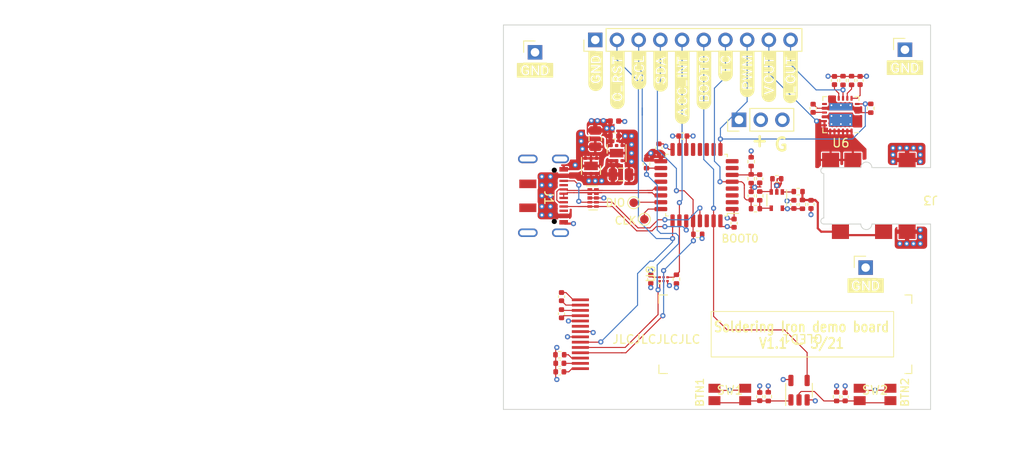
<source format=kicad_pcb>
(kicad_pcb (version 20210228) (generator pcbnew)
  (title_block (title "asd") (date "2021-03-11"))
  (layers (0 "F.Cu" signal) (1 "In1.Cu" signal) (2 "In2.Cu" signal) (31 "B.Cu" signal) (34 "B.Paste" user) (35 "F.Paste" user) (36 "B.SilkS" user "B.Silkscreen") (37 "F.SilkS" user "F.Silkscreen") (38 "B.Mask" user) (39 "F.Mask" user) (44 "Edge.Cuts" user))
  (net 0 "")
  (net 1 "/TC")
  (net 2 "GND")
  (net 3 "/HEATER")
  (net 4 "VDDA")
  (net 5 "/CURRENT_MEAS")
  (net 6 "/CC1")
  (net 7 "/CC2")
  (net 8 "/USB_D+")
  (net 9 "/USB_D-")
  (net 10 "IN")
  (net 11 "+3V3")
  (net 12 "/SWDIO")
  (net 13 "/SWCLK")
  (net 14 "/SDA")
  (net 15 "Net-(C2-Pad1)")
  (net 16 "/ADC1_IN1")
  (net 17 "/ADC1_IN2")
  (net 18 "Net-(C3-Pad1)")
  (net 19 "Net-(C4-Pad1)")
  (net 20 "Net-(C17-Pad1)")
  (net 21 "/OLED_RESET")
  (net 22 "Net-(C18-Pad2)")
  (net 23 "/BOOT0")
  (net 24 "Net-(C19-Pad1)")
  (net 25 "Net-(C19-Pad2)")
  (net 26 "Net-(C20-Pad1)")
  (net 27 "Net-(C20-Pad2)")
  (net 28 "/ACC_INT1")
  (net 30 "/ADC1_IN3")
  (net 32 "/SCL")
  (net 33 "Net-(OLED1-Pad12)")
  (net 34 "/HEATER_PWM")
  (net 36 "Net-(R4-Pad2)")
  (net 37 "Net-(R12-Pad2)")
  (net 38 "Net-(R13-Pad2)")
  (net 39 "Net-(R14-Pad2)")
  (net 44 "/USER_BTN1")
  (net 45 "/USER_BTN2")
  (net 47 "/SDA2")
  (net 48 "VBUS")
  (net 55 "/SCL2")
  (net 56 "/ADC2_IN3")
  (footprint "Capacitor_SMD:C_0402_1005Metric" (layer "F.Cu") (at 106.8 106.8 -90)
    (fp_text reference "C19" hide)
    (fp_text value "1u")
  )
  (footprint "buzzardLabel" (layer "F.Cu") (at 126 79.6 90)
    (fp_text reference "")
    (fp_text value "")
  )
  (footprint "Resistor_SMD:R_0402_1005Metric" (layer "F.Cu") (at 131 118.5 -90)
    (fp_text reference "R8" hide)
    (fp_text value "10k")
  )
  (footprint "Capacitor_SMD:C_0402_1005Metric" (layer "F.Cu") (at 141.75 81.5 90)
    (fp_text reference "C3" hide)
    (fp_text value "10n")
  )
  (footprint "Capacitor_SMD:C_0402_1005Metric" (layer "F.Cu") (at 127 98.2 -90)
    (fp_text reference "C8" hide)
    (fp_text value "100n")
  )
  (footprint "Resistor_SMD:R_0402_1005Metric" (layer "F.Cu") (at 122.75 99.5 180)
    (fp_text reference "R11" hide)
    (fp_text value "2k2")
  )
  (footprint "Resistor_SMD:R_0402_1005Metric" (layer "F.Cu") (at 135 96 90)
    (fp_text reference "R16" hide)
    (fp_text value "1M")
  )
  (footprint "TestPoint:TestPoint_Pad_D1.0mm" (layer "F.Cu") (at 116.5 97.75)
    (fp_text reference "TP5" hide)
    (fp_text value "TestPoint_Probe")
  )
  (footprint "buzzardLabel" (layer "F.Cu") (at 133.6 80.9 90)
    (fp_text reference "")
    (fp_text value "")
  )
  (footprint "buzzardLabel" (layer "F.Cu") (at 113.333333 81.24 90)
    (fp_text reference "")
    (fp_text value "")
  )
  (footprint "buzzardLabel" (layer "F.Cu") (at 118.399999 80.22 90)
    (fp_text reference "")
    (fp_text value "")
  )
  (footprint "buzzardLabel" (layer "F.Cu") (at 131.066664 80.83 90)
    (fp_text reference "")
    (fp_text value "")
  )
  (footprint "Capacitor_SMD:C_0402_1005Metric" (layer "F.Cu") (at 113 88)
    (fp_text reference "C13" hide)
    (fp_text value "10u, 6V3, X5R")
  )
  (footprint "Resistor_SMD:R_0402_1005Metric" (layer "F.Cu") (at 132 93)
    (fp_text reference "R15" hide)
    (fp_text value "270R")
  )
  (footprint "Resistor_SMD:R_0402_1005Metric" (layer "F.Cu") (at 129 91 90)
    (fp_text reference "R1" hide)
    (fp_text value "10k")
  )
  (footprint "buzzardLabel" (layer "F.Cu") (at 115.866666 80.09 90)
    (fp_text reference "")
    (fp_text value "")
  )
  (footprint "jbj-conn:SJ-43504-SMT" (layer "F.Cu") (at 150 95 180)
    (fp_text reference "J3")
    (fp_text value "AudioJack3_Ground_SwitchTR")
    (fp_line (start 8.17 3.3) (end 12.5 3.3) (layer "Edge.Cuts") (width 0.1))
    (fp_line (start 8.17 -3.3) (end 12.5 -3.3) (layer "Edge.Cuts") (width 0.1))
    (fp_line (start 0 3.3) (end 6.87 3.3) (layer "Edge.Cuts") (width 0.1))
    (fp_line (start 12.5 -2.6) (end 12.5 2.6) (layer "Edge.Cuts") (width 0.1))
    (fp_line (start 0 -3.3) (end 6.87 -3.3) (layer "Edge.Cuts") (width 0.1))
    (fp_arc (start 12.5 -2.95) (end 12.5 -3.3) (angle 180) (layer "Edge.Cuts") (width 0.1))
    (fp_arc (start 12.5 2.95) (end 12.5 3.3) (angle -180) (layer "Edge.Cuts") (width 0.1))
    (fp_arc (start 7.52 3.3) (end 6.87 3.3) (angle -180) (layer "Edge.Cuts") (width 0.1))
    (fp_arc (start 7.52 -3.3) (end 6.87 -3.3) (angle 180) (layer "Edge.Cuts") (width 0.1))
  )
  (footprint "buzzardLabel" (layer "F.Cu") (at 110.8 80.19 90)
    (fp_text reference "")
    (fp_text value "")
  )
  (footprint "buzzardLabel" (layer "F.Cu") (at 123.466665 81.26 90)
    (fp_text reference "")
    (fp_text value "")
  )
  (footprint "Resistor_SMD:R_0402_1005Metric" (layer "F.Cu") (at 140.75 81.5 -90)
    (fp_text reference "R4" hide)
    (fp_text value "300")
  )
  (footprint "buzzardLabel" (layer "F.Cu") (at 142.4 105.5)
    (fp_text reference "")
    (fp_text value "")
  )
  (footprint "Package_SON:WSON-6-1EP_2x2mm_P0.65mm_EP1x1.6mm" (layer "F.Cu") (at 110.25 91.5 -90)
    (fp_text reference "U2" hide)
    (fp_text value "TVS2200DRV")
  )
  (footprint "Resistor_SMD:R_0402_1005Metric" (layer "F.Cu") (at 139.75 81.5 -90)
    (fp_text reference "R5" hide)
    (fp_text value "2k2")
  )
  (footprint "Connector_PinHeader_2.54mm:PinHeader_1x01_P2.54mm_Vertical" (layer "F.Cu") (at 147 77.9)
    (fp_text reference "TP2" hide)
    (fp_text value "TestPoint_Probe")
  )
  (footprint "Capacitor_SMD:C_0402_1005Metric" (layer "F.Cu") (at 106.8 108.8 -90)
    (fp_text reference "C20" hide)
    (fp_text value "1u")
  )
  (footprint "Capacitor_SMD:C_0805_2012Metric" (layer "F.Cu") (at 113.75 92.5)
    (fp_text reference "C9" hide)
    (fp_text value "10u, 50V, X5R")
  )
  (footprint "buzzardLabel" (layer "F.Cu") (at 128.533331 80.54 90)
    (fp_text reference "")
    (fp_text value "")
  )
  (footprint "Connector_PinHeader_2.54mm:PinHeader_1x01_P2.54mm_Vertical" (layer "F.Cu") (at 103.7 78.2)
    (fp_text reference "TP10" hide)
    (fp_text value "TestPoint_Probe")
  )
  (footprint "Capacitor_SMD:C_0402_1005Metric" (layer "F.Cu") (at 118.2 89.4 90)
    (fp_text reference "C7" hide)
    (fp_text value "100n")
  )
  (footprint "Capacitor_SMD:C_0402_1005Metric" (layer "F.Cu") (at 117.25 104.75 -90)
    (fp_text reference "C5" hide)
    (fp_text value "100n")
  )
  (footprint "jbj-misc:EVQP7K" (layer "F.Cu") (at 126.5 118.25)
    (fp_text reference "SW1")
    (fp_text value "SW_Push")
  )
  (footprint "Capacitor_SMD:C_0402_1005Metric" (layer "F.Cu") (at 136 96 -90)
    (fp_text reference "C16" hide)
    (fp_text value "1n")
  )
  (footprint "Capacitor_SMD:C_0402_1005Metric" (layer "F.Cu") (at 129 95 90)
    (fp_text reference "C14" hide)
    (fp_text value "1n")
  )
  (footprint "Capacitor_SMD:C_0402_1005Metric" (layer "F.Cu") (at 106.6 115.6)
    (fp_text reference "C18" hide)
    (fp_text value "2.2u")
  )
  (footprint "Resistor_SMD:R_0402_1005Metric" (layer "F.Cu") (at 129.5 96.5)
    (fp_text reference "R12" hide)
    (fp_text value "2k2")
  )
  (footprint "buzzardLabel" (layer "F.Cu") (at 147 80)
    (fp_text reference "")
    (fp_text value "")
  )
  (footprint "Capacitor_SMD:C_0402_1005Metric" (layer "F.Cu") (at 130 118.5 90)
    (fp_text reference "C10" hide)
    (fp_text value "10n")
  )
  (footprint "Inductor_SMD:L_0402_1005Metric" (layer "F.Cu") (at 113 86.25 180)
    (fp_text reference "FB1" hide)
    (fp_text value "Ferrite_Bead_Small")
  )
  (footprint "Resistor_SMD:R_0402_1005Metric" (layer "F.Cu") (at 139 118.5 -90)
    (fp_text reference "R9" hide)
    (fp_text value "10k")
  )
  (footprint "Package_TO_SOT_SMD:SOT-23-5" (layer "F.Cu") (at 134.6 117.75 90)
    (fp_text reference "U4" hide)
    (fp_text value "74LVC1G08")
  )
  (footprint "Capacitor_SMD:C_0402_1005Metric" (layer "F.Cu") (at 136.25 84.75 90)
    (fp_text reference "C4" hide)
    (fp_text value "1200p")
  )
  (footprint "Capacitor_SMD:C_0805_2012Metric" (layer "F.Cu") (at 110.75 88.3 -90)
    (fp_text reference "C12" hide)
    (fp_text value "10u, 50V, X5R")
  )
  (footprint "jbj-conn:DX07S016JA1R1500" (layer "F.Cu") (at 105.955 95 -90)
    (fp_text reference "J1")
    (fp_text value "USB_C_Receptacle_USB2.0")
  )
  (footprint "Resistor_SMD:R_0402_1005Metric" (layer "F.Cu") (at 143 84.75 90)
    (fp_text reference "R3" hide)
    (fp_text value "10k")
  )
  (footprint "jbj-misc:ER-OLED0.87-1-straight" (layer "F.Cu") (at 135 111.2 180)
    (fp_text reference "OLED1")
    (fp_text value "ER-OLED0.87-1W")
  )
  (footprint "Resistor_SMD:R_0402_1005Metric" (layer "F.Cu") (at 130 95.01 90)
    (fp_text reference "R13" hide)
    (fp_text value "100k")
  )
  (footprint "Resistor_SMD:R_0402_1005Metric" (layer "F.Cu") (at 129 93 90)
    (fp_text reference "R2" hide)
    (fp_text value "1k")
  )
  (footprint "buzzardLabel" (layer "F.Cu") (at 103.7 80.3)
    (fp_text reference "")
    (fp_text value "")
  )
  (footprint "Connector_PinHeader_2.54mm:PinHeader_1x10_P2.54mm_Vertical" (layer "F.Cu") (at 110.75 76.75 90)
    (fp_text reference "J4" hide)
    (fp_text value "Conn_01x10")
  )
  (footprint "Connector_PinHeader_2.54mm:PinHeader_1x03_P2.54mm_Vertical" (layer "F.Cu") (at 127.575 86.1 90)
    (fp_text reference "J5" hide)
    (fp_text value "Conn_01x03")
  )
  (footprint "Package_SON:WSON-6-1EP_2x2mm_P0.65mm_EP1x1.6mm" (layer "F.Cu") (at 113.25 90 90)
    (fp_text reference "U5" hide)
    (fp_text value "TPS7B81-Q1")
  )
  (footprint "Package_SON:USON-10_2.5x1.0mm_P0.5mm" (layer "F.Cu") (at 110.5 95.25)
    (fp_text reference "U3" hide)
    (fp_text value "TPD4E02B04DQA")
  )
  (footprint "Resistor_SMD:R_0402_1005Metric" (layer "F.Cu") (at 120.25 104.75 -90)
    (fp_text reference "R6" hide)
    (fp_text value "10k")
  )
  (footprint "TestPoint:TestPoint_Pad_D1.0mm" (layer "F.Cu") (at 115.25 95.81)
    (fp_text reference "TP4" hide)
    (fp_text value "TestPoint_Probe")
  )
  (footprint "Resistor_SMD:R_0402_1005Metric" (layer "F.Cu") (at 106.6 113.6 180)
    (fp_text reference "R17" hide)
    (fp_text value "560k")
  )
  (footprint "Resistor_SMD:R_0402_1005Metric" (layer "F.Cu") (at 116.75 91.25 90)
    (fp_text reference "R10" hide)
    (fp_text value "2k2")
  )
  (footprint "jbj-sensor:MXC400xXC" (layer "F.Cu") (at 118.75 104.75 90)
    (fp_text reference "U8")
    (fp_text value "MXC4005XC")
  )
  (footprint "Capacitor_SMD:C_0402_1005Metric" (layer "F.Cu") (at 130 93 -90)
    (fp_text reference "C1" hide)
    (fp_text value "1u")
  )
  (footprint "jbj-pmic:VQFN-24-1EP_4x4mm_P0.5mm_EP2.45x2.45mm_ThermalVias" (layer "F.Cu") (at 139.5 85.5 180)
    (fp_text reference "U6")
    (fp_text value "TPS25982")
  )
  (footprint "Capacitor_SMD:C_0402_1005Metric" (layer "F.Cu") (at 140 118.52 90)
    (fp_text reference "C11" hide)
    (fp_text value "10n")
  )
  (footprint "jbj-misc:EVQP7K" (layer "F.Cu") (at 143.5 118.25)
    (fp_text reference "SW2")
    (fp_text value "SW_Push")
  )
  (footprint "buzzardLabel" (layer "F.Cu") (at 120.933332 82.11 90)
    (fp_text reference "")
    (fp_text value "")
  )
  (footprint "Resistor_SMD:R_0402_1005Metric" (layer "F.Cu") (at 134.5 94.5 180)
    (fp_text reference "R14" hide)
    (fp_text value "5k6")
  )
  (footprint "Capacitor_SMD:C_0402_1005Metric" (layer "F.Cu") (at 134 96 -90)
    (fp_text reference "C15" hide)
    (fp_text value "100n")
  )
  (footprint "Package_TO_SOT_SMD:SOT-353_SC-70-5" (layer "F.Cu") (at 132 95.5 -90)
    (fp_text reference "U11" hide)
    (fp_text value "TLV9001IDCK")
  )
  (footprint "Capacitor_SMD:C_0402_1005Metric" (layer "F.Cu") (at 138.75 81.5 90)
    (fp_text reference "C2" hide)
    (fp_text value "10n")
  )
  (footprint "Capacitor_SMD:C_0402_1005Metric" (layer "F.Cu") (at 106.6 114.6 180)
    (fp_text reference "C17" hide)
    (fp_text value "2.2u")
  )
  (footprint "Capacitor_SMD:C_0402_1005Metric" (layer "F.Cu") (at 121 88)
    (fp_text reference "C6" hide)
    (fp_text value "100n")
  )
  (footprint "Package_QFP:LQFP-32_7x7mm_P0.8mm" (layer "F.Cu") (at 122.6 93.75 180)
    (fp_text reference "U7" hide)
    (fp_text value "STM32G431Kxxx")
  )
  (footprint "Connector_PinHeader_2.54mm:PinHeader_1x01_P2.54mm_Vertical" (layer "F.Cu") (at 142.4 103.4)
    (fp_text reference "TP1" hide)
    (fp_text value "TestPoint_Probe")
  )
  (gr_line (start 150 120) (end 150 98.3) (layer "Edge.Cuts") (width 0.1))
  (gr_line (start 100 75) (end 150 75) (layer "Edge.Cuts") (width 0.1))
  (gr_line (start 100 120) (end 150 120) (layer "Edge.Cuts") (width 0.1))
  (gr_line (start 100 75) (end 100 120) (layer "Edge.Cuts") (width 0.1))
  (gr_line (start 150 75) (end 150 91.7) (layer "Edge.Cuts") (width 0.1))
  (gr_text "Soldering Iron demo board\nV1.1 - 3/21" (at 134.9 111.3) (layer "F.SilkS") (effects (font (size 1.2 1) (thickness 0.2))))
  (gr_text "BTN1" (at 123 118 90) (layer "F.SilkS") (effects (font (size 0.9 0.9))))
  (gr_text "DIO" (at 113.1 95.8) (layer "F.SilkS") (effects (font (size 0.9 0.9))))
  (gr_text "+" (at 130 88.5) (layer "F.SilkS") (effects (font (size 1.5 1.5) (thickness 0.3))))
  (gr_text "G" (at 132.5 89) (layer "F.SilkS") (effects (font (size 1.5 1.5) (thickness 0.3))))
  (gr_text "JLCJLCJLCJLC" (at 117.9 111.8) (layer "F.SilkS") (effects (font (size 1 1))))
  (gr_text "CLK" (at 114.3 97.9) (layer "F.SilkS") (effects (font (size 0.9 0.9))))
  (gr_text "BTN2" (at 147 118 90) (layer "F.SilkS") (effects (font (size 0.9 0.9))))
  (gr_text "BOOT0" (at 127.7 100) (layer "F.SilkS") (effects (font (size 0.9 0.9))))
  (segment (start 139.85 99.6) (end 139.45 99.2) (width 0.25) (layer "F.Cu") (net 1))
  (segment (start 139.45 99.2) (end 137.2 99.2) (width 0.25) (layer "F.Cu") (net 1))
  (segment (start 136.49 95.49) (end 135 95.49) (width 0.25) (layer "F.Cu") (net 1))
  (segment (start 135 94.51) (end 135.01 94.5) (width 0.25) (layer "F.Cu") (net 1))
  (segment (start 144.2 99.2) (end 143.8 99.6) (width 0.25) (layer "F.Cu") (net 1))
  (segment (start 144.5 99.2) (end 144.2 99.2) (width 0.25) (layer "F.Cu") (net 1))
  (segment (start 136.6 95.6) (end 136.52 95.52) (width 0.25) (layer "F.Cu") (net 1))
  (segment (start 136.52 95.52) (end 136 95.52) (width 0.25) (layer "F.Cu") (net 1))
  (segment (start 136.8 98.8) (end 136.8 95.8) (width 0.25) (layer "F.Cu") (net 1))
  (segment (start 143.8 99.6) (end 139.85 99.6) (width 0.25) (layer "F.Cu") (net 1))
  (segment (start 136.8 95.8) (end 136.6 95.6) (width 0.25) (layer "F.Cu") (net 1))
  (segment (start 135 95.49) (end 135 94.51) (width 0.25) (layer "F.Cu") (net 1))
  (segment (start 137.2 99.2) (end 136.8 98.8) (width 0.25) (layer "F.Cu") (net 1))
  (segment (start 136.52 95.52) (end 136.49 95.49) (width 0.25) (layer "F.Cu") (net 1))
  (segment (start 136.3875 118.8875) (end 136.5 119) (width 0.127) (layer "F.Cu") (net 2))
  (segment (start 136.27 84.27) (end 136.75 84.75) (width 0.127) (layer "F.Cu") (net 2))
  (segment (start 118.72 88.92) (end 119 89.2) (width 0.127) (layer "F.Cu") (net 2))
  (segment (start 139 117.99) (end 139 117.25) (width 0.127) (layer "F.Cu") (net 2))
  (segment (start 126.28 98.68) (end 126.2 98.6) (width 0.127) (layer "F.Cu") (net 2))
  (segment (start 141.4275 85.26) (end 141.4175 85.25) (width 0.127) (layer "F.Cu") (net 2))
  (segment (start 130 118.02) (end 130 117.25) (width 0.127) (layer "F.Cu") (net 2))
  (segment (start 136 97.2) (end 136 96.48) (width 0.127) (layer "F.Cu") (net 2))
  (segment (start 107.405 98.25) (end 107.355 98.2) (width 0.127) (layer "F.Cu") (net 2))
  (segment (start 106.12 115.6) (end 106.12 112.88) (width 0.127) (layer "F.Cu") (net 2))
  (segment (start 111.75 95.25) (end 110.115 95.25) (width 0.127) (layer "F.Cu") (net 2))
  (segment (start 136.75 84.75) (end 137.5825 84.75) (width 0.127) (layer "F.Cu") (net 2))
  (segment (start 121.4 88.08) (end 121.48 88) (width 0.127) (layer "F.Cu") (net 2))
  (segment (start 125.4 98.6) (end 126.2 98.6) (width 0.127) (layer "F.Cu") (net 2))
  (segment (start 131 117.99) (end 131 117.25) (width 0.127) (layer "F.Cu") (net 2))
  (segment (start 119.375 89.575) (end 119 89.2) (width 0.127) (layer "F.Cu") (net 2))
  (segment (start 108.2 98.25) (end 107.205 98.25) (width 0.25) (layer "F.Cu") (net 2))
  (segment (start 135.55 118.8875) (end 136.3875 118.8875) (width 0.127) (layer "F.Cu") (net 2))
  (segment (start 125.475 98) (end 125.4 97.925) (width 0.127) (layer "F.Cu") (net 2))
  (segment (start 138.75 81.02) (end 142.48 81.02) (width 0.127) (layer "F.Cu") (net 2))
  (segment (start 138.75 81.02) (end 138.02 81.02) (width 0.127) (layer "F.Cu") (net 2))
  (segment (start 109.008 110.89) (end 110.39 110.89) (width 0.127) (layer "F.Cu") (net 2))
  (segment (start 110.39 110.89) (end 110.5 111) (width 0.127) (layer "F.Cu") (net 2))
  (segment (start 119.25 105.5) (end 119.42998 105.5) (width 0.127) (layer "F.Cu") (net 2))
  (segment (start 119.8 89.575) (end 119.375 89.575) (width 0.127) (layer "F.Cu") (net 2))
  (segment (start 121.4 89.575) (end 121.4 88.08) (width 0.127) (layer "F.Cu") (net 2))
  (segment (start 106.12 116.37) (end 106.25 116.5) (width 0.127) (layer "F.Cu") (net 2))
  (segment (start 118.2 88.92) (end 118.72 88.92) (width 0.127) (layer "F.Cu") (net 2))
  (segment (start 119.21 105.46) (end 119.25 105.5) (width 0.127) (layer "F.Cu") (net 2))
  (segment (start 133.28 95.52) (end 133.2 95.6) (width 0.127) (layer "F.Cu") (net 2))
  (segment (start 125.4 97.925) (end 125.4 98.6) (width 0.127) (layer "F.Cu") (net 2))
  (segment (start 117.25 105.25) (end 117.25 105.74) (width 0.127) (layer "F.Cu") (net 2))
  (segment (start 106.12 115.6) (end 106.12 116.37) (width 0.127) (layer "F.Cu") (net 2))
  (segment (start 142.48 81.02) (end 142.5 81) (width 0.127) (layer "F.Cu") (net 2))
  (segment (start 121.48 88) (end 122.2 88) (width 0.127) (layer "F.Cu") (net 2))
  (segment (start 136.25 84.27) (end 136.27 84.27) (width 0.127) (layer "F.Cu") (net 2))
  (segment (start 119.21 104.97) (end 119.21 105.46) (width 0.127) (layer "F.Cu") (net 2))
  (segment (start 134 95.52) (end 133.28 95.52) (width 0.127) (layer "F.Cu") (net 2))
  (segment (start 143 85.26) (end 141.4275 85.26) (width 0.127) (layer "F.Cu") (net 2))
  (segment (start 138.02 81.02) (end 138 81) (width 0.127) (layer "F.Cu") (net 2))
  (segment (start 107.205 98.25) (end 107.055 98.1) (width 0.25) (layer "F.Cu") (net 2))
  (segment (start 106.12 112.88) (end 106.25 112.75) (width 0.127) (layer "F.Cu") (net 2))
  (segment (start 127 98.68) (end 126.28 98.68) (width 0.127) (layer "F.Cu") (net 2))
  (segment (start 140 118.04) (end 140 117.25) (width 0.127) (layer "F.Cu") (net 2))
  (via (at 131 117.25) (size 0.6) (drill 0.3) (layers "F.Cu" "B.Cu") (net 2))
  (via (at 108.4 91.4) (size 0.6) (drill 0.3) (layers "F.Cu" "B.Cu") (net 2))
  (via (at 146.4 89.4) (size 0.6) (drill 0.3) (layers "F.Cu" "B.Cu") (net 2))
  (via (at 145.6 91) (size 0.6) (drill 0.3) (layers "F.Cu" "B.Cu") (net 2))
  (via (at 109.1 87.75) (size 0.6) (drill 0.3) (layers "F.Cu" "B.Cu") (net 2))
  (via (at 139 117.25) (size 0.6) (drill 0.3) (layers "F.Cu" "B.Cu") (net 2))
  (via (at 148.8 90.2) (size 0.6) (drill 0.3) (layers "F.Cu" "B.Cu") (net 2))
  (via (at 148 100.6) (size 0.6) (drill 0.3) (layers "F.Cu" "B.Cu") (net 2))
  (via (at 140 117.25) (size 0.6) (drill 0.3) (layers "F.Cu" "B.Cu") (net 2))
  (via (at 136 97.2) (size 0.6) (drill 0.3) (layers "F.Cu" "B.Cu") (net 2))
  (via (at 148.8 99) (size 0.6) (drill 0.3) (layers "F.Cu" "B.Cu") (net 2))
  (via (at 122.2 88) (size 0.6) (drill 0.3) (layers "F.Cu" "B.Cu") (net 2))
  (via (at 115 91) (size 0.6) (drill 0.3) (layers "F.Cu" "B.Cu") (net 2))
  (via (at 129.4 94) (size 0.6) (drill 0.3) (layers "F.Cu" "B.Cu") (net 2))
  (via (at 106.25 116.5) (size 0.6) (drill 0.3) (layers "F.Cu" "B.Cu") (net 2))
  (via (at 136.5 119) (size 0.6) (drill 0.3) (layers "F.Cu" "B.Cu") (net 2))
  (via (at 138 81) (size 0.6) (drill 0.3) (layers "F.Cu" "B.Cu") (net 2))
  (via (at 145.6 89.4) (size 0.6) (drill 0.3) (layers "F.Cu" "B.Cu") (net 2))
  (via (at 147.2 100.6) (size 0.6) (drill 0.3) (layers "F.Cu" "B.Cu") (net 2))
  (via (at 148.8 100.6) (size 0.6) (drill 0.3) (layers "F.Cu" "B.Cu") (net 2))
  (via (at 148 89.4) (size 0.6) (drill 0.3) (layers "F.Cu" "B.Cu") (net 2))
  (via (at 115 88) (size 0.6) (drill 0.3) (layers "F.Cu" "B.Cu") (net 2))
  (via (at 126.2 98.6) (size 0.6) (drill 0.3) (layers "F.Cu" "B.Cu") (net 2))
  (via (at 106.25 112.75) (size 0.6) (drill 0.3) (layers "F.Cu" "B.Cu") (net 2))
  (via (at 109.1 88.6) (size 0.6) (drill 0.3) (layers "F.Cu" "B.Cu") (net 2))
  (via (at 117.25 105.74) (size 0.6) (drill 0.3) (layers "F.Cu" "B.Cu") (net 2))
  (via (at 119.42998 105.5) (size 0.6) (drill 0.3) (layers "F.Cu" "B.Cu") (net 2))
  (via (at 119 89.2) (size 0.6) (drill 0.3) (layers "F.Cu" "B.Cu") (net 2))
  (via (at 148.8 99.8) (size 0.6) (drill 0.3) (layers "F.Cu" "B.Cu") (net 2))
  (via (at 133.2 95.6) (size 0.6) (drill 0.3) (layers "F.Cu" "B.Cu") (net 2))
  (via (at 132 93.8) (size 0.6) (drill 0.3) (layers "F.Cu" "B.Cu") (net 2))
  (via (at 114.25 88) (size 0.6) (drill 0.3) (layers "F.Cu" "B.Cu") (net 2))
  (via (at 111.75 95.25) (size 0.6) (drill 0.3) (layers "F.Cu" "B.Cu") (net 2))
  (via (at 109.25 89.5) (size 0.6) (drill 0.3) (layers "F.Cu" "B.Cu") (net 2))
  (via (at 142.5 81) (size 0.6) (drill 0.3) (layers "F.Cu" "B.Cu") (net 2))
  (via (at 146.4 100.6) (size 0.6) (drill 0.3) (layers "F.Cu" "B.Cu") (net 2))
  (via (at 148.8 91) (size 0.6) (drill 0.3) (layers "F.Cu" "B.Cu") (net 2))
  (via (at 110.5 111) (size 0.6) (drill 0.3) (layers "F.Cu" "B.Cu") (net 2))
  (via (at 108.2 98.25) (size 0.6) (drill 0.3) (layers "F.Cu" "B.Cu") (net 2))
  (via (at 115 90) (size 0.6) (drill 0.3) (layers "F.Cu" "B.Cu") (net 2))
  (via (at 115 89) (size 0.6) (drill 0.3) (layers "F.Cu" "B.Cu") (net 2))
  (via (at 145.6 90.2) (size 0.6) (drill 0.3) (layers "F.Cu" "B.Cu") (net 2))
  (via (at 130 117.25) (size 0.6) (drill 0.3) (layers "F.Cu" "B.Cu") (net 2))
  (via (at 148.8 89.4) (size 0.6) (drill 0.3) (layers "F.Cu" "B.Cu") (net 2))
  (via (at 147.2 89.4) (size 0.6) (drill 0.3) (layers "F.Cu" "B.Cu") (net 2))
  (segment (start 136.75 86.25) (end 136.65 86.25) (width 0.127) (layer "F.Cu") (net 3))
  (segment (start 137.5825 86.25) (end 136.75 86.25) (width 0.127) (layer "F.Cu") (net 3))
  (via (at 136.65 86.25) (size 0.6) (drill 0.3) (layers "F.Cu" "B.Cu") (net 3))
  (segment (start 131.07 76.75) (end 131.07 80.67) (width 0.127) (layer "B.Cu") (net 3))
  (segment (start 131.07 80.67) (end 136.65 86.25) (width 0.127) (layer "B.Cu") (net 3))
  (segment (start 114.15 86.25) (end 114.2 86.3) (width 0.25) (layer "F.Cu") (net 4))
  (segment (start 120.52 88) (end 119.8 88) (width 0.127) (layer "F.Cu") (net 4))
  (segment (start 135 96.51) (end 133.24 96.51) (width 0.127) (layer "F.Cu") (net 4))
  (segment (start 133.24 96.51) (end 132.71 96.51) (width 0.127) (layer "F.Cu") (net 4))
  (segment (start 120.6 89.575) (end 120.6 88.08) (width 0.127) (layer "F.Cu") (net 4))
  (segment (start 120.6 88.08) (end 120.52 88) (width 0.127) (layer "F.Cu") (net 4))
  (segment (start 132.71 96.51) (end 132.65 96.45) (width 0.127) (layer "F.Cu") (net 4))
  (segment (start 113.485 86.25) (end 114.15 86.25) (width 0.25) (layer "F.Cu") (net 4))
  (via (at 119.8 88) (size 0.6) (drill 0.3) (layers "F.Cu" "B.Cu") (net 4))
  (via (at 133.24 96.51) (size 0.6) (drill 0.3) (layers "F.Cu" "B.Cu") (net 4))
  (via (at 114.2 86.3) (size 0.6) (drill 0.3) (layers "F.Cu" "B.Cu") (net 4))
  (segment (start 139.75 83.5825) (end 139.75 82.01) (width 0.127) (layer "F.Cu") (net 5))
  (via (at 139.75 82.6) (size 0.6) (drill 0.3) (layers "F.Cu" "B.Cu") (net 5))
  (segment (start 133.61 76.75) (end 133.61 79.61) (width 0.127) (layer "B.Cu") (net 5))
  (segment (start 133.61 79.61) (end 136.6 82.6) (width 0.127) (layer "B.Cu") (net 5))
  (segment (start 136.6 82.6) (end 139.75 82.6) (width 0.127) (layer "B.Cu") (net 5))
  (segment (start 115.75 98.75) (end 112.75 95.75) (width 0.127) (layer "F.Cu") (net 6))
  (segment (start 110.885 95.75) (end 112.75 95.75) (width 0.127) (layer "F.Cu") (net 6))
  (segment (start 107.055 93.25) (end 108.32 93.25) (width 0.127) (layer "F.Cu") (net 6))
  (segment (start 116.85 98.75) (end 117.15 98.75) (width 0.127) (layer "F.Cu") (net 6))
  (segment (start 116.85 98.75) (end 115.75 98.75) (width 0.127) (layer "F.Cu") (net 6))
  (segment (start 108.93 95.75) (end 108.82268 95.64268) (width 0.127) (layer "F.Cu") (net 6))
  (segment (start 118.1 97.8) (end 118.9 97.8) (width 0.127) (layer "F.Cu") (net 6))
  (segment (start 110.115 95.75) (end 110.885 95.75) (width 0.127) (layer "F.Cu") (net 6))
  (segment (start 117.15 98.75) (end 118.1 97.8) (width 0.127) (layer "F.Cu") (net 6))
  (segment (start 110.115 95.75) (end 108.93 95.75) (width 0.127) (layer "F.Cu") (net 6))
  (segment (start 123 97.925) (end 123 96.43) (width 0.127) (layer "F.Cu") (net 6))
  (segment (start 108.32 93.25) (end 108.82 93.75) (width 0.127) (layer "F.Cu") (net 6))
  (via (at 123 96.43) (size 0.6) (drill 0.3) (layers "F.Cu" "B.Cu") (net 6))
  (via (at 108.82268 95.64268) (size 0.6) (drill 0.3) (layers "F.Cu" "B.Cu") (net 6))
  (via (at 118.9 97.8) (size 0.6) (drill 0.3) (layers "F.Cu" "B.Cu") (net 6))
  (via (at 108.82 93.75) (size 0.6) (drill 0.3) (layers "F.Cu" "B.Cu") (net 6))
  (segment (start 118.9 97.8) (end 121.63 97.8) (width 0.127) (layer "B.Cu") (net 6))
  (segment (start 108.82268 93.75268) (end 108.82 93.75) (width 0.127) (layer "B.Cu") (net 6))
  (segment (start 108.82268 95.64268) (end 108.82268 93.75268) (width 0.127) (layer "B.Cu") (net 6))
  (segment (start 121.63 97.8) (end 123 96.43) (width 0.127) (layer "B.Cu") (net 6))
  (segment (start 117.4 99.1) (end 115.6 99.1) (width 0.127) (layer "F.Cu") (net 7))
  (segment (start 109.71 96.25) (end 110.885 96.25) (width 0.127) (layer "F.Cu") (net 7))
  (segment (start 109.71 96.25) (end 110.115 96.25) (width 0.127) (layer "F.Cu") (net 7))
  (segment (start 118.9 98.6) (end 117.9 98.6) (width 0.127) (layer "F.Cu") (net 7))
  (segment (start 121.4 97.925) (end 121.4 99.22) (width 0.127) (layer "F.Cu") (net 7))
  (segment (start 107.055 96.25) (end 109.71 96.25) (width 0.127) (layer "F.Cu") (net 7))
  (segment (start 115.6 99.1) (end 112.75 96.25) (width 0.127) (layer "F.Cu") (net 7))
  (segment (start 108.73 96.25) (end 109.71 96.25) (width 0.127) (layer "F.Cu") (net 7))
  (segment (start 117.9 98.6) (end 117.4 99.1) (width 0.127) (layer "F.Cu") (net 7))
  (segment (start 112.75 96.25) (end 110.885 96.25) (width 0.127) (layer "F.Cu") (net 7))
  (via (at 121.4 99) (size 0.6) (drill 0.3) (layers "F.Cu" "B.Cu") (net 7))
  (via (at 118.9 98.6) (size 0.6) (drill 0.3) (layers "F.Cu" "B.Cu") (net 7))
  (segment (start 121 98.6) (end 118.9 98.6) (width 0.127) (layer "B.Cu") (net 7))
  (segment (start 121.4 99) (end 121 98.6) (width 0.127) (layer "B.Cu") (net 7))
  (segment (start 110.76416 94.62916) (end 110.23584 94.62916) (width 0.127) (layer "F.Cu") (net 8))
  (segment (start 107.47584 94.62916) (end 108.25916 94.62916) (width 0.127) (layer "F.Cu") (net 8))
  (segment (start 108.25916 94.62916) (end 108.82084 94.62916) (width 0.127) (layer "F.Cu") (net 8))
  (segment (start 117.73 94.95) (end 117.40916 94.62916) (width 0.127) (layer "F.Cu") (net 8))
  (segment (start 117.40916 94.62916) (end 111.48916 94.62916) (width 0.127) (layer "F.Cu") (net 8))
  (segment (start 107.355 94.75) (end 107.47584 94.62916) (width 0.127) (layer "F.Cu") (net 8))
  (segment (start 108.82084 94.62916) (end 109.99416 94.62916) (width 0.127) (layer "F.Cu") (net 8))
  (segment (start 108.82084 94.62916) (end 111.48916 94.62916) (width 0.127) (layer "F.Cu") (net 8))
  (segment (start 110.885 94.75) (end 110.76416 94.62916) (width 0.127) (layer "F.Cu") (net 8))
  (segment (start 110.23584 94.62916) (end 110.115 94.75) (width 0.127) (layer "F.Cu") (net 8))
  (segment (start 107.055 95.25) (end 107.055 94.75) (width 0.127) (layer "F.Cu") (net 8))
  (segment (start 109.99416 94.62916) (end 110.115 94.75) (width 0.127) (layer "F.Cu") (net 8))
  (segment (start 111.00584 94.62916) (end 110.885 94.75) (width 0.127) (layer "F.Cu") (net 8))
  (segment (start 111.48916 94.62916) (end 111.00584 94.62916) (width 0.127) (layer "F.Cu") (net 8))
  (segment (start 117.40916 94.62916) (end 116.95084 94.62916) (width 0.127) (layer "F.Cu") (net 8))
  (segment (start 118.425 94.95) (end 117.73 94.95) (width 0.127) (layer "F.Cu") (net 8))
  (segment (start 107.47584 94.37084) (end 109.15916 94.37084) (width 0.127) (layer "F.Cu") (net 9))
  (segment (start 109.15916 94.37084) (end 111.60916 94.37084) (width 0.127) (layer "F.Cu") (net 9))
  (segment (start 107.055 95.75) (end 106.5 95.75) (width 0.127) (layer "F.Cu") (net 9))
  (segment (start 110.76416 94.37084) (end 110.23584 94.37084) (width 0.127) (layer "F.Cu") (net 9))
  (segment (start 106.25 95.5) (end 106.25 94.5) (width 0.127) (layer "F.Cu") (net 9))
  (segment (start 118.425 94.15) (end 117.66 94.15) (width 0.127) (layer "F.Cu") (net 9))
  (segment (start 106.5 95.75) (end 106.25 95.5) (width 0.127) (layer "F.Cu") (net 9))
  (segment (start 107.355 94.25) (end 107.47584 94.37084) (width 0.127) (layer "F.Cu") (net 9))
  (segment (start 110.23584 94.37084) (end 110.115 94.25) (width 0.127) (layer "F.Cu") (net 9))
  (segment (start 106.25 94.5) (end 106.5 94.25) (width 0.127) (layer "F.Cu") (net 9))
  (segment (start 117.43916 94.37084) (end 111.60916 94.37084) (width 0.127) (layer "F.Cu") (net 9))
  (segment (start 111.00584 94.37084) (end 110.885 94.25) (width 0.127) (layer "F.Cu") (net 9))
  (segment (start 109.15916 94.37084) (end 109.99416 94.37084) (width 0.127) (layer "F.Cu") (net 9))
  (segment (start 106.5 94.25) (end 107.055 94.25) (width 0.127) (layer "F.Cu") (net 9))
  (segment (start 117.43916 94.37084) (end 116.79916 94.37084) (width 0.127) (layer "F.Cu") (net 9))
  (segment (start 109.99416 94.37084) (end 110.115 94.25) (width 0.127) (layer "F.Cu") (net 9))
  (segment (start 110.885 94.25) (end 110.76416 94.37084) (width 0.127) (layer "F.Cu") (net 9))
  (segment (start 117.66 94.15) (end 117.43916 94.37084) (width 0.127) (layer "F.Cu") (net 9))
  (segment (start 111.60916 94.37084) (end 111.00584 94.37084) (width 0.127) (layer "F.Cu") (net 9))
  (segment (start 107.355 94.25) (end 106.65 94.25) (width 0.127) (layer "F.Cu") (net 9))
  (segment (start 129 90.49) (end 129 89.75) (width 0.127) (layer "F.Cu") (net 10))
  (segment (start 129 89.75) (end 129 89.5) (width 0.127) (layer "F.Cu") (net 10))
  (via (at 129 89.75) (size 0.6) (drill 0.3) (layers "F.Cu" "B.Cu") (net 10))
  (segment (start 133.65 116.6125) (end 133.5375 116.5) (width 0.127) (layer "F.Cu") (net 11))
  (segment (start 120.25 105.26) (end 120.25 105.75) (width 0.127) (layer "F.Cu") (net 11))
  (segment (start 143.475 117.775) (end 143.5 117.75) (width 0.127) (layer "F.Cu") (net 11))
  (segment (start 126.475 117.775) (end 126.5 117.75) (width 0.127) (layer "F.Cu") (net 11))
  (segment (start 109.008 109.65) (end 107.61002 109.65) (width 0.127) (layer "F.Cu") (net 11))
  (segment (start 107.51 111.51) (end 107.5 111.5) (width 0.127) (layer "F.Cu") (net 11))
  (segment (start 126.32 97.72) (end 127 97.72) (width 0.127) (layer "F.Cu") (net 11))
  (segment (start 141.7 117.775) (end 143.475 117.775) (width 0.127) (layer "F.Cu") (net 11))
  (segment (start 145.275 117.75) (end 143.5 117.75) (width 0.127) (layer "F.Cu") (net 11))
  (segment (start 145.3 117.775) (end 145.275 117.75) (width 0.127) (layer "F.Cu") (net 11))
  (segment (start 128.275 117.75) (end 126.5 117.75) (width 0.127) (layer "F.Cu") (net 11))
  (segment (start 127 96.775) (end 126.775 96.55) (width 0.127) (layer "F.Cu") (net 11))
  (segment (start 124.7 117.775) (end 126.475 117.775) (width 0.127) (layer "F.Cu") (net 11))
  (segment (start 126.2 97.6) (end 126.32 97.72) (width 0.127) (layer "F.Cu") (net 11))
  (segment (start 123.25 99.5) (end 123.25 99.99) (width 0.127) (layer "F.Cu") (net 11))
  (segment (start 117.25 104.25) (end 117.25 103.76) (width 0.127) (layer "F.Cu") (net 11))
  (segment (start 109.008 111.51) (end 107.51 111.51) (width 0.127) (layer "F.Cu") (net 11))
  (segment (start 117.51 104.53) (end 117.25 104.27) (width 0.127) (layer "F.Cu") (net 11))
  (segment (start 128.3 117.775) (end 128.275 117.75) (width 0.127) (layer "F.Cu") (net 11))
  (segment (start 127 97.72) (end 127 96.775) (width 0.127) (layer "F.Cu") (net 11))
  (segment (start 118.29 104.53) (end 117.51 104.53) (width 0.127) (layer "F.Cu") (net 11))
  (segment (start 133.5375 116.5) (end 132.75 116.5) (width 0.127) (layer "F.Cu") (net 11))
  (via (at 111 86.2) (size 0.6) (drill 0.3) (layers "F.Cu" "B.Cu") (net 11))
  (via (at 111.7 86.2) (size 0.6) (drill 0.3) (layers "F.Cu" "B.Cu") (net 11))
  (via (at 123.25 99.99) (size 0.6) (drill 0.3) (layers "F.Cu" "B.Cu") (net 11))
  (via (at 107.61002 109.65) (size 0.6) (drill 0.3) (layers "F.Cu" "B.Cu") (net 11))
  (via (at 126.5 117.75) (size 0.6) (drill 0.3) (layers "F.Cu" "B.Cu") (net 11))
  (via (at 120.25 105.75) (size 0.6) (drill 0.3) (layers "F.Cu" "B.Cu") (net 11))
  (via (at 132.75 116.5) (size 0.6) (drill 0.3) (layers "F.Cu" "B.Cu") (net 11))
  (via (at 107.5 111.5) (size 0.6) (drill 0.3) (layers "F.Cu" "B.Cu") (net 11))
  (via (at 112.1 87.1) (size 0.6) (drill 0.3) (layers "F.Cu" "B.Cu") (net 11))
  (via (at 110.3 86.2) (size 0.6) (drill 0.3) (layers "F.Cu" "B.Cu") (net 11))
  (via (at 117.25 90) (size 0.6) (drill 0.3) (layers "F.Cu" "B.Cu") (net 11))
  (via (at 126.2 97.6) (size 0.6) (drill 0.3) (layers "F.Cu" "B.Cu") (net 11))
  (via (at 117.25 103.76) (size 0.6) (drill 0.3) (layers "F.Cu" "B.Cu") (net 11))
  (via (at 143.5 117.75) (size 0.6) (drill 0.3) (layers "F.Cu" "B.Cu") (net 11))
  (via (at 112.75 87.1) (size 0.6) (drill 0.3) (layers "F.Cu" "B.Cu") (net 11))
  (segment (start 115.31 95.75) (end 115.25 95.81) (width 0.127) (layer "F.Cu") (net 12))
  (segment (start 118.425 95.75) (end 115.31 95.75) (width 0.127) (layer "F.Cu") (net 12))
  (segment (start 116.5 97) (end 116.95 96.55) (width 0.127) (layer "F.Cu") (net 13))
  (segment (start 116.95 96.55) (end 118.425 96.55) (width 0.127) (layer "F.Cu") (net 13))
  (segment (start 116.5 97.75) (end 116.5 97) (width 0.127) (layer "F.Cu") (net 13))
  (segment (start 122.2 97.925) (end 122.2 95.45) (width 0.127) (layer "F.Cu") (net 14))
  (segment (start 122.2 95.45) (end 121.15 94.4) (width 0.127) (layer "F.Cu") (net 14))
  (segment (start 118.75 104.53) (end 118.75 103.75) (width 0.127) (layer "F.Cu") (net 14))
  (segment (start 122.24 99.5) (end 122.24 100.26) (width 0.127) (layer "F.Cu") (net 14))
  (segment (start 121.15 94.4) (end 120.25 94.4) (width 0.127) (layer "F.Cu") (net 14))
  (segment (start 113.87 113.37) (end 114.33 113.37) (width 0.127) (layer "F.Cu") (net 14))
  (segment (start 113.87 113.37) (end 109.008 113.37) (width 0.127) (layer "F.Cu") (net 14))
  (segment (start 114.33 113.37) (end 118.66352 109.03648) (width 0.127) (layer "F.Cu") (net 14))
  (segment (start 122.2 97.925) (end 122.2 99.46) (width 0.127) (layer "F.Cu") (net 14))
  (segment (start 122.2 99.46) (end 122.24 99.5) (width 0.127) (layer "F.Cu") (net 14))
  (via (at 118.75 103.75) (size 0.6) (drill 0.3) (layers "F.Cu" "B.Cu") (net 14))
  (via (at 118.66352 109.03648) (size 0.6) (drill 0.3) (layers "F.Cu" "B.Cu") (net 14))
  (via (at 122.24 100.26) (size 0.6) (drill 0.3) (layers "F.Cu" "B.Cu") (net 14))
  (via (at 120.25 94.4) (size 0.6) (drill 0.3) (layers "F.Cu" "B.Cu") (net 14))
  (segment (start 118.025 82.275) (end 118.37 81.93) (width 0.127) (layer "B.Cu") (net 14))
  (segment (start 122.24 100.26) (end 118.75 103.75) (width 0.127) (layer "B.Cu") (net 14))
  (segment (start 118.75 108.95) (end 118.66352 109.03648) (width 0.127) (layer "B.Cu") (net 14))
  (segment (start 118.37 81.93) (end 118.37 76.75) (width 0.127) (layer "B.Cu") (net 14))
  (segment (start 118.75 104.85) (end 118.75 104) (width 0.127) (layer "B.Cu") (net 14))
  (segment (start 120.25 91.8) (end 118.025 89.575) (width 0.127) (layer "B.Cu") (net 14))
  (segment (start 118.75 104.85) (end 118.75 108.95) (width 0.127) (layer "B.Cu") (net 14))
  (segment (start 118.025 89.575) (end 118.025 82.275) (width 0.127) (layer "B.Cu") (net 14))
  (segment (start 118.75 105.25) (end 118.75 105) (width 0.127) (layer "B.Cu") (net 14))
  (segment (start 118.75 105.75) (end 118.75 105) (width 0.127) (layer "B.Cu") (net 14))
  (segment (start 118.7 109) (end 118.66352 109.03648) (width 0.127) (layer "B.Cu") (net 14))
  (segment (start 118.75 104) (end 118.75 103.75) (width 0.127) (layer "B.Cu") (net 14))
  (segment (start 120.25 94.4) (end 120.25 91.8) (width 0.127) (layer "B.Cu") (net 14))
  (segment (start 118.75 105) (end 118.75 104.85) (width 0.127) (layer "B.Cu") (net 14))
  (segment (start 139.25 83) (end 138.75 82.5) (width 0.127) (layer "F.Cu") (net 15))
  (segment (start 139.25 83.5825) (end 139.25 83) (width 0.127) (layer "F.Cu") (net 15))
  (segment (start 138.75 82.5) (end 138.75 81.98) (width 0.127) (layer "F.Cu") (net 15))
  (segment (start 126.775 93.35) (end 127.85 93.35) (width 0.127) (layer "F.Cu") (net 16))
  (segment (start 128.2 94.1) (end 128.2 93.7) (width 0.127) (layer "F.Cu") (net 16))
  (segment (start 128.48 95.48) (end 129 95.48) (width 0.127) (layer "F.Cu") (net 16))
  (segment (start 128.2 93.7) (end 128.2 93.8) (width 0.127) (layer "F.Cu") (net 16))
  (segment (start 126.775 93.35) (end 125.35 93.35) (width 0.127) (layer "F.Cu") (net 16))
  (segment (start 128.99 96.5) (end 128.99 95.49) (width 0.127) (layer "F.Cu") (net 16))
  (segment (start 128.2 94.1) (end 128.2 95.2) (width 0.127) (layer "F.Cu") (net 16))
  (segment (start 128.99 95.49) (end 129 95.48) (width 0.127) (layer "F.Cu") (net 16))
  (via (at 125.35 93.35) (size 0.6) (drill 0.3) (layers "F.Cu" "B.Cu") (net 16))
  (arc (start 128.2 93.7) (mid 128.06 93.49) (end 127.85 93.35) (width 0.127) (layer "F.Cu") (net 16))
  (arc (start 128.2 95.2) (mid 128.312001 95.367999) (end 128.48 95.48) (width 0.127) (layer "F.Cu") (net 16))
  (segment (start 125.35 91.6) (end 124.7 90.95) (width 0.127) (layer "B.Cu") (net 16))
  (segment (start 125.99 81.11) (end 125.99 76.75) (width 0.127) (layer "B.Cu") (net 16))
  (segment (start 124.7 82.4) (end 125.99 81.11) (width 0.127) (layer "B.Cu") (net 16))
  (segment (start 124.7 90.95) (end 124.7 82.4) (width 0.127) (layer "B.Cu") (net 16))
  (segment (start 125.35 93.35) (end 125.35 91.6) (width 0.127) (layer "B.Cu") (net 16))
  (segment (start 128.99 91.5) (end 128.99 92.48) (width 0.127) (layer "F.Cu") (net 17))
  (segment (start 126.775 92.55) (end 129.97 92.55) (width 0.127) (layer "F.Cu") (net 17))
  (segment (start 129.97 92.55) (end 130 92.52) (width 0.127) (layer "F.Cu") (net 17))
  (segment (start 128.99 92.48) (end 129 92.49) (width 0.127) (layer "F.Cu") (net 17))
  (segment (start 141.75 81.98) (end 141.75 83.25) (width 0.127) (layer "F.Cu") (net 18))
  (segment (start 141.75 83.25) (end 141.4175 83.5825) (width 0.127) (layer "F.Cu") (net 18))
  (segment (start 141.4175 83.5825) (end 140.75 83.5825) (width 0.127) (layer "F.Cu") (net 18))
  (segment (start 136.25 85.23) (end 137.5625 85.23) (width 0.127) (layer "F.Cu") (net 19))
  (segment (start 137.5625 85.23) (end 137.5825 85.25) (width 0.127) (layer "F.Cu") (net 19))
  (segment (start 109.008 114.61) (end 107.09 114.61) (width 0.127) (layer "F.Cu") (net 20))
  (segment (start 107.09 114.61) (end 107.08 114.6) (width 0.127) (layer "F.Cu") (net 20))
  (segment (start 109.008 112.13) (end 111.37 112.13) (width 0.127) (layer "F.Cu") (net 21))
  (segment (start 111.37 112.13) (end 111.4 112.1) (width 0.127) (layer "F.Cu") (net 21))
  (segment (start 119.8 97.925) (end 119.8 100) (width 0.127) (layer "F.Cu") (net 21))
  (segment (start 119.8 97.925) (end 119.8 99.3) (width 0.127) (layer "F.Cu") (net 21))
  (via (at 111.4 112.1) (size 0.6) (drill 0.3) (layers "F.Cu" "B.Cu") (net 21))
  (via (at 119.8 100) (size 0.6) (drill 0.3) (layers "F.Cu" "B.Cu") (net 21))
  (segment (start 115.8 81.6) (end 115.8 95.7) (width 0.127) (layer "B.Cu") (net 21))
  (segment (start 113.29 79.09) (end 115.8 81.6) (width 0.127) (layer "B.Cu") (net 21))
  (segment (start 113.29 76.75) (end 113.29 79.09) (width 0.127) (layer "B.Cu") (net 21))
  (segment (start 117.55 102.65) (end 117.15 102.65) (width 0.127) (layer "B.Cu") (net 21))
  (segment (start 115.7 104.1) (end 115.7 107.8) (width 0.127) (layer "B.Cu") (net 21))
  (segment (start 114.85 108.65) (end 111.4 112.1) (width 0.127) (layer "B.Cu") (net 21))
  (segment (start 115.8 97.9) (end 115.8 95.7) (width 0.127) (layer "B.Cu") (net 21))
  (segment (start 119.8 100) (end 117.9 100) (width 0.127) (layer "B.Cu") (net 21))
  (segment (start 114.9 108.6) (end 114.85 108.65) (width 0.127) (layer "B.Cu") (net 21))
  (segment (start 117.9 100) (end 115.8 97.9) (width 0.127) (layer "B.Cu") (net 21))
  (segment (start 115.8 95.7) (end 115.8 95.8) (width 0.127) (layer "B.Cu") (net 21))
  (segment (start 115.7 107.8) (end 114.85 108.65) (width 0.127) (layer "B.Cu") (net 21))
  (segment (start 119.8 100) (end 119.8 100.4) (width 0.127) (layer "B.Cu") (net 21))
  (segment (start 119.8 100.4) (end 117.55 102.65) (width 0.127) (layer "B.Cu") (net 21))
  (segment (start 117.15 102.65) (end 115.7 104.1) (width 0.127) (layer "B.Cu") (net 21))
  (segment (start 109.008 115.23) (end 108.02 115.23) (width 0.127) (layer "F.Cu") (net 22))
  (segment (start 108.02 115.23) (end 107.65 115.6) (width 0.127) (layer "F.Cu") (net 22))
  (segment (start 107.65 115.6) (end 107.08 115.6) (width 0.127) (layer "F.Cu") (net 22))
  (segment (start 132.9 110.7) (end 126.2 110.7) (width 0.127) (layer "F.Cu") (net 23))
  (segment (start 124.6 96.55) (end 124.6 96.45) (width 0.127) (layer "F.Cu") (net 23))
  (segment (start 135.55 113.35) (end 132.9 110.7) (width 0.127) (layer "F.Cu") (net 23))
  (segment (start 124.6 97.925) (end 124.6 96.55) (width 0.127) (layer "F.Cu") (net 23))
  (segment (start 124.6 109.1) (end 124.6 97.925) (width 0.127) (layer "F.Cu") (net 23))
  (segment (start 135.55 116.6125) (end 135.55 113.35) (width 0.127) (layer "F.Cu") (net 23))
  (segment (start 126.2 110.7) (end 124.6 109.1) (width 0.127) (layer "F.Cu") (net 23))
  (via (at 124.6 96.45) (size 0.6) (drill 0.3) (layers "F.Cu" "B.Cu") (net 23))
  (segment (start 124.6 91.9) (end 123.45 90.75) (width 0.127) (layer "B.Cu") (net 23))
  (segment (start 124.6 96.45) (end 124.6 91.9) (width 0.127) (layer "B.Cu") (net 23))
  (segment (start 123.45 90.75) (end 123.45 76.75) (width 0.127) (layer "B.Cu") (net 23))
  (segment (start 106.8 106.32) (end 107.32 106.32) (width 0.127) (layer "F.Cu") (net 24))
  (segment (start 107.32 106.32) (end 108.17 107.17) (width 0.127) (layer "F.Cu") (net 24))
  (segment (start 108.17 107.17) (end 109.008 107.17) (width 0.127) (layer "F.Cu") (net 24))
  (segment (start 107.31 107.79) (end 106.8 107.28) (width 0.127) (layer "F.Cu") (net 25))
  (segment (start 109.008 107.79) (end 107.31 107.79) (width 0.127) (layer "F.Cu") (net 25))
  (segment (start 109.008 108.41) (end 106.89 108.41) (width 0.127) (layer "F.Cu") (net 26))
  (segment (start 106.89 108.41) (end 106.8 108.32) (width 0.127) (layer "F.Cu") (net 26))
  (segment (start 107.05 109.03) (end 106.8 109.28) (width 0.127) (layer "F.Cu") (net 27))
  (segment (start 109.008 109.03) (end 107.05 109.03) (width 0.127) (layer "F.Cu") (net 27))
  (segment (start 120.6 97.925) (end 120.6 103.89) (width 0.127) (layer "F.Cu") (net 28))
  (segment (start 120.5 103.99) (end 120.25 104.24) (width 0.127) (layer "F.Cu") (net 28))
  (segment (start 119.21 104.53) (end 119.96 104.53) (width 0.127) (layer "F.Cu") (net 28))
  (segment (start 120.6 97.925) (end 120.6 95.8) (width 0.127) (layer "F.Cu") (net 28))
  (segment (start 120.6 103.89) (end 120.25 104.24) (width 0.127) (layer "F.Cu") (net 28))
  (segment (start 119.96 104.53) (end 120.25 104.24) (width 0.127) (layer "F.Cu") (net 28))
  (via (at 120.6 95.8) (size 0.6) (drill 0.3) (layers "F.Cu" "B.Cu") (net 28))
  (segment (start 120.91 95.49) (end 120.6 95.8) (width 0.127) (layer "B.Cu") (net 28))
  (segment (start 120.91 76.75) (end 120.91 95.49) (width 0.127) (layer "B.Cu") (net 28))
  (segment (start 114.25 112.75) (end 117.1 109.9) (width 0.127) (layer "F.Cu") (net 32))
  (segment (start 118.1 108.9) (end 117.1 109.9) (width 0.127) (layer "F.Cu") (net 32))
  (segment (start 109.008 112.75) (end 114.25 112.75) (width 0.127) (layer "F.Cu") (net 32))
  (segment (start 118.29 105.81) (end 118.1 106) (width 0.127) (layer "F.Cu") (net 32))
  (segment (start 118.29 104.97) (end 118.29 105.81) (width 0.127) (layer "F.Cu") (net 32))
  (segment (start 118.1 106) (end 118.1 108.9) (width 0.127) (layer "F.Cu") (net 32))
  (segment (start 118.415 91.76) (end 118.425 91.75) (width 0.127) (layer "F.Cu") (net 32))
  (segment (start 116.75 91.76) (end 118.415 91.76) (width 0.127) (layer "F.Cu") (net 32))
  (segment (start 117.1 109.9) (end 117.85 109.15) (width 0.127) (layer "F.Cu") (net 32))
  (segment (start 116.75 91.76) (end 116.75 92.5) (width 0.127) (layer "F.Cu") (net 32))
  (segment (start 118.29 104.97) (end 118.25 105.01) (width 0.127) (layer "F.Cu") (net 32))
  (via (at 118.1 106) (size 0.6) (drill 0.3) (layers "F.Cu" "B.Cu") (net 32))
  (via (at 116.75 92.5) (size 0.6) (drill 0.3) (layers "F.Cu" "B.Cu") (net 32))
  (segment (start 116.25 80.55) (end 115.83 80.13) (width 0.127) (layer "B.Cu") (net 32))
  (segment (start 118 96.4) (end 118 96.2) (width 0.127) (layer "B.Cu") (net 32))
  (segment (start 118.4 99.4) (end 118 99) (width 0.127) (layer "B.Cu") (net 32))
  (segment (start 116.25 85.55) (end 116.25 80.55) (width 0.127) (layer "B.Cu") (net 32))
  (segment (start 116.25 85.55) (end 116.25 84.7) (width 0.127) (layer "B.Cu") (net 32))
  (segment (start 118 105.9) (end 118.1 106) (width 0.127) (layer "B.Cu") (net 32))
  (segment (start 118 93.75) (end 118 96.4) (width 0.127) (layer "B.Cu") (net 32))
  (segment (start 120.5 99.7) (end 120.2 99.4) (width 0.127) (layer "B.Cu") (net 32))
  (segment (start 116.75 91.4) (end 116.25 90.9) (width 0.127) (layer "B.Cu") (net 32))
  (segment (start 118 99) (end 118 96.2) (width 0.127) (layer "B.Cu") (net 32))
  (segment (start 120.5 100.6) (end 120.5 99.7) (width 0.127) (layer "B.Cu") (net 32))
  (segment (start 118 96.2) (end 118 95.8) (width 0.127) (layer "B.Cu") (net 32))
  (segment (start 120.2 99.4) (end 118.4 99.4) (width 0.127) (layer "B.Cu") (net 32))
  (segment (start 118 103.1) (end 120.5 100.6) (width 0.127) (layer "B.Cu") (net 32))
  (segment (start 115.83 80.13) (end 115.83 76.75) (width 0.127) (layer "B.Cu") (net 32))
  (segment (start 116.75 92.5) (end 116.75 91.4) (width 0.127) (layer "B.Cu") (net 32))
  (segment (start 116.75 92.5) (end 118 93.75) (width 0.127) (layer "B.Cu") (net 32))
  (segment (start 118 104.5) (end 118 105.9) (width 0.127) (layer "B.Cu") (net 32))
  (segment (start 118 105.7) (end 118 104.5) (width 0.127) (layer "B.Cu") (net 32))
  (segment (start 118.2 105.9) (end 118 105.7) (width 0.127) (layer "B.Cu") (net 32))
  (segment (start 118 105.7) (end 118 105.1) (width 0.127) (layer "B.Cu") (net 32))
  (segment (start 116.25 90.9) (end 116.25 85.55) (width 0.127) (layer "B.Cu") (net 32))
  (segment (start 118 104.5) (end 118 103.1) (width 0.127) (layer "B.Cu") (net 32))
  (segment (start 107.6 113.6) (end 107.11 113.6) (width 0.127) (layer "F.Cu") (net 33))
  (segment (start 109.008 113.99) (end 107.99 113.99) (width 0.127) (layer "F.Cu") (net 33))
  (segment (start 107.99 113.99) (end 107.6 113.6) (width 0.127) (layer "F.Cu") (net 33))
  (segment (start 143 84.24) (end 142.36 84.24) (width 0.127) (layer "F.Cu") (net 34))
  (segment (start 141.4275 84.24) (end 141.4175 84.25) (width 0.127) (layer "F.Cu") (net 34))
  (segment (start 142.36 84.24) (end 141.4275 84.24) (width 0.127) (layer "F.Cu") (net 34))
  (segment (start 125.4 89.575) (end 125.4 88.35) (width 0.127) (layer "F.Cu") (net 34))
  (via (at 125.4 88.35) (size 0.6) (drill 0.3) (layers "F.Cu" "B.Cu") (net 34))
  (via (at 142.36 84.24) (size 0.6) (drill 0.3) (layers "F.Cu" "B.Cu") (net 34))
  (segment (start 128.53 83.97) (end 128.53 76.75) (width 0.127) (layer "B.Cu") (net 34))
  (segment (start 125.4 88.35) (end 140.85 88.35) (width 0.127) (layer "B.Cu") (net 34))
  (segment (start 142.36 86.84) (end 140.85 88.35) (width 0.127) (layer "B.Cu") (net 34))
  (segment (start 125.4 87.1) (end 128.53 83.97) (width 0.127) (layer "B.Cu") (net 34))
  (segment (start 125.4 88.35) (end 125.4 87.1) (width 0.127) (layer "B.Cu") (net 34))
  (segment (start 142.36 84.24) (end 142.36 86.84) (width 0.127) (layer "B.Cu") (net 34))
  (segment (start 140.75 82.5) (end 140.75 82.01) (width 0.127) (layer "F.Cu") (net 36))
  (segment (start 140.25 83.5825) (end 140.25 83) (width 0.127) (layer "F.Cu") (net 36))
  (segment (start 140.25 83) (end 140.75 82.5) (width 0.127) (layer "F.Cu") (net 36))
  (segment (start 130 95.52) (end 130 96.49) (width 0.127) (layer "F.Cu") (net 37))
  (segment (start 130 96.49) (end 130.01 96.5) (width 0.127) (layer "F.Cu") (net 37))
  (segment (start 130.06 96.45) (end 130.01 96.5) (width 0.127) (layer "F.Cu") (net 37))
  (segment (start 131.35 96.45) (end 130.06 96.45) (width 0.127) (layer "F.Cu") (net 37))
  (segment (start 131.35 93.14) (end 131.35 94.55) (width 0.127) (layer "F.Cu") (net 38))
  (segment (start 131.49 93) (end 131.35 93.14) (width 0.127) (layer "F.Cu") (net 38))
  (segment (start 131.3 94.5) (end 131.35 94.55) (width 0.127) (layer "F.Cu") (net 38))
  (segment (start 130 94.5) (end 131.3 94.5) (width 0.127) (layer "F.Cu") (net 38))
  (segment (start 132.65 94.55) (end 133.94 94.55) (width 0.127) (layer "F.Cu") (net 39))
  (segment (start 133.94 94.55) (end 133.99 94.5) (width 0.127) (layer "F.Cu") (net 39))
  (segment (start 124.7 119.225) (end 128.3 119.225) (width 0.127) (layer "F.Cu") (net 44))
  (segment (start 128.515 119.01) (end 128.3 119.225) (width 0.127) (layer "F.Cu") (net 44))
  (segment (start 133.5275 119.01) (end 133.65 118.8875) (width 0.127) (layer "F.Cu") (net 44))
  (segment (start 131 119.01) (end 133.5275 119.01) (width 0.127) (layer "F.Cu") (net 44))
  (segment (start 131 119.01) (end 128.515 119.01) (width 0.127) (layer "F.Cu") (net 44))
  (segment (start 134.85 117.9) (end 136.4 117.9) (width 0.127) (layer "F.Cu") (net 45))
  (segment (start 134.6 118.15) (end 134.75 118) (width 0.127) (layer "F.Cu") (net 45))
  (segment (start 139 119.01) (end 141.485 119.01) (width 0.127) (layer "F.Cu") (net 45))
  (segment (start 141.485 119.01) (end 141.7 119.225) (width 0.127) (layer "F.Cu") (net 45))
  (segment (start 139 119.01) (end 137.51 119.01) (width 0.127) (layer "F.Cu") (net 45))
  (segment (start 145.3 119.225) (end 141.7 119.225) (width 0.127) (layer "F.Cu") (net 45))
  (segment (start 134.75 118) (end 134.85 117.9) (width 0.127) (layer "F.Cu") (net 45))
  (segment (start 137.51 119.01) (end 136.4 117.9) (width 0.127) (layer "F.Cu") (net 45))
  (segment (start 134.6 118.8875) (end 134.6 118.15) (width 0.127) (layer "F.Cu") (net 45))
  (via (at 104.5 95) (size 0.6) (drill 0.3) (layers "F.Cu" "B.Cu") (net 48))
  (via (at 104.5 96.25) (size 0.6) (drill 0.3) (layers "F.Cu" "B.Cu") (net 48))
  (via (at 105.5 97.25) (size 0.6) (drill 0.3) (layers "F.Cu" "B.Cu") (net 48))
  (via (at 110.75 93.25) (size 0.6) (drill 0.3) (layers "F.Cu" "B.Cu") (net 48))
  (via (at 104.5 93.75) (size 0.6) (drill 0.3) (layers "F.Cu" "B.Cu") (net 48))
  (via (at 104.5 92.75) (size 0.6) (drill 0.3) (layers "F.Cu" "B.Cu") (net 48))
  (via (at 105.5 95) (size 0.6) (drill 0.3) (layers "F.Cu" "B.Cu") (net 48))
  (via (at 105.5 96.25) (size 0.6) (drill 0.3) (layers "F.Cu" "B.Cu") (net 48))
  (via (at 104.5 97.25) (size 0.6) (drill 0.3) (layers "F.Cu" "B.Cu") (net 48))
  (via (at 105.5 93.75) (size 0.6) (drill 0.3) (layers "F.Cu" "B.Cu") (net 48))
  (via (at 111.5 93.25) (size 0.6) (drill 0.3) (layers "F.Cu" "B.Cu") (net 48))
  (via (at 110 93.25) (size 0.6) (drill 0.3) (layers "F.Cu" "B.Cu") (net 48))
  (via (at 105.5 92.75) (size 0.6) (drill 0.3) (layers "F.Cu" "B.Cu") (net 48))
  (zone (net 2) (net_name "GND") (layer "F.Cu") (priority 11) (connect_pads (clearance 0)) (min_thickness 0.15) (fill yes (thermal_gap 0.128) (thermal_bridge_width 0.3) (smoothing fillet) (radius 0.5))
    (polygon (pts (xy 115.75 93.75) (xy 113.25 93.75) (xy 111.5 92) (xy 106.75 92) (xy 106.75 90.75) (xy 108.5 90.75) (xy 108.5 87.25) (xy 115.75 87.25)))
  )
  (zone (net 11) (net_name "+3V3") (layer "F.Cu") (priority 13) (connect_pads (clearance 0)) (min_thickness 0.13) (fill yes (thermal_gap 0.128) (thermal_bridge_width 0.5) (smoothing fillet) (radius 0.4))
    (polygon (pts (xy 113 89.5) (xy 112 89.5) (xy 112 88.25) (xy 111.75 88) (xy 109.75 88) (xy 109.75 86.5) (xy 110.2 86) (xy 113 86)))
  )
  (zone (net 2) (net_name "GND") (layer "F.Cu") (priority 10) (connect_pads (clearance 0)) (min_thickness 0.13) (fill yes (thermal_gap 0.128) (thermal_bridge_width 0.13))
    (polygon (pts (xy 132.2 92.6) (xy 132.8 92.6) (xy 132.6 93.6) (xy 132.4 94) (xy 132.4 95) (xy 131.8 95) (xy 131.648065 93.6)))
  )
  (zone (net 10) (net_name "IN") (layer "F.Cu") (priority 10) (connect_pads yes (clearance 0)) (min_thickness 0.2) (fill yes (thermal_gap 0.128) (thermal_bridge_width 0.2))
    (polygon (pts (xy 142 85.5) (xy 142 87) (xy 138 87) (xy 138 86) (xy 137.25 86) (xy 137.25 85.25) (xy 141 85.25)))
  )
  (zone (net 2) (net_name "GND") (layer "F.Cu") (priority 10) (connect_pads (clearance 0)) (min_thickness 0.13) (fill yes (thermal_gap 0.128) (thermal_bridge_width 0.5) (smoothing fillet) (radius 0.4))
    (polygon (pts (xy 149.6 101.2) (xy 145.8 101.2) (xy 145.8 98.2) (xy 149.6 98.2)))
  )
  (zone (net 2) (net_name "GND") (layer "F.Cu") (priority 10) (connect_pads (clearance 0)) (min_thickness 0.13) (fill yes (thermal_gap 0.128) (thermal_bridge_width 0.13))
    (polygon (pts (xy 130.2 94) (xy 129.4 94.8) (xy 128.8 94.8) (xy 128.8 93.2) (xy 130.4 93.2)))
  )
  (zone (net 48) (net_name "VBUS") (layer "F.Cu") (priority 12) (connect_pads (clearance 0)) (min_thickness 0.13) (fill yes (thermal_gap 0.128) (thermal_bridge_width 0.5) (smoothing fillet) (radius 0.4))
    (polygon (pts (xy 114 93.75) (xy 109.25 93.75) (xy 109 93.5) (xy 108.75 93.25) (xy 108.5 93.25) (xy 108 93.25) (xy 108 97.75) (xy 104 97.75) (xy 104 92.25) (xy 108.75 92.25) (xy 109.25 92) (xy 111.5 92) (xy 111.901639 91.5) (xy 112 90.5) (xy 114 90.5)))
  )
  (zone (net 2) (net_name "GND") (layer "F.Cu") (priority 2) (connect_pads yes (clearance 0)) (min_thickness 0.2) (fill yes (thermal_gap 0.128) (thermal_bridge_width 0.2))
    (polygon (pts (xy 139 84) (xy 141 84) (xy 141 84.5) (xy 142 84.5) (xy 142 85.5) (xy 141 85.5) (xy 141 85) (xy 137.25 85) (xy 137.25 84.5) (xy 138 84.5) (xy 138 83.25) (xy 139 83.25)))
  )
  (zone (net 3) (net_name "/HEATER") (layer "F.Cu") (priority 1) (connect_pads (clearance 0)) (min_thickness 0.25) (fill yes (thermal_gap 0.128) (thermal_bridge_width 0.25))
    (polygon (pts (xy 138.25 87) (xy 141 87) (xy 141 88) (xy 142.5 89.5) (xy 142.5 91.75) (xy 136.5 91.75) (xy 136.5 86) (xy 138 86)))
  )
  (zone (net 2) (net_name "GND") (layer "F.Cu") (priority 10) (connect_pads (clearance 0)) (min_thickness 0.13) (fill yes (thermal_gap 0.128) (thermal_bridge_width 0.5) (smoothing fillet) (radius 0.4))
    (polygon (pts (xy 149.4 92) (xy 145 92) (xy 145 88.8) (xy 149.4 88.8)))
  )
  (zone (net 11) (net_name "+3V3") (layer "F.Cu") (priority 11) (connect_pads (clearance 0.3)) (min_thickness 0.13) (fill yes (thermal_gap 0.128) (thermal_bridge_width 0.5) (smoothing fillet) (radius 0.4))
    (polygon (pts (xy 119 90) (xy 119 91) (xy 116.25 91) (xy 116.25 90.5) (xy 117.25 89.5) (xy 118.5 89.5)))
  )
)
</source>
